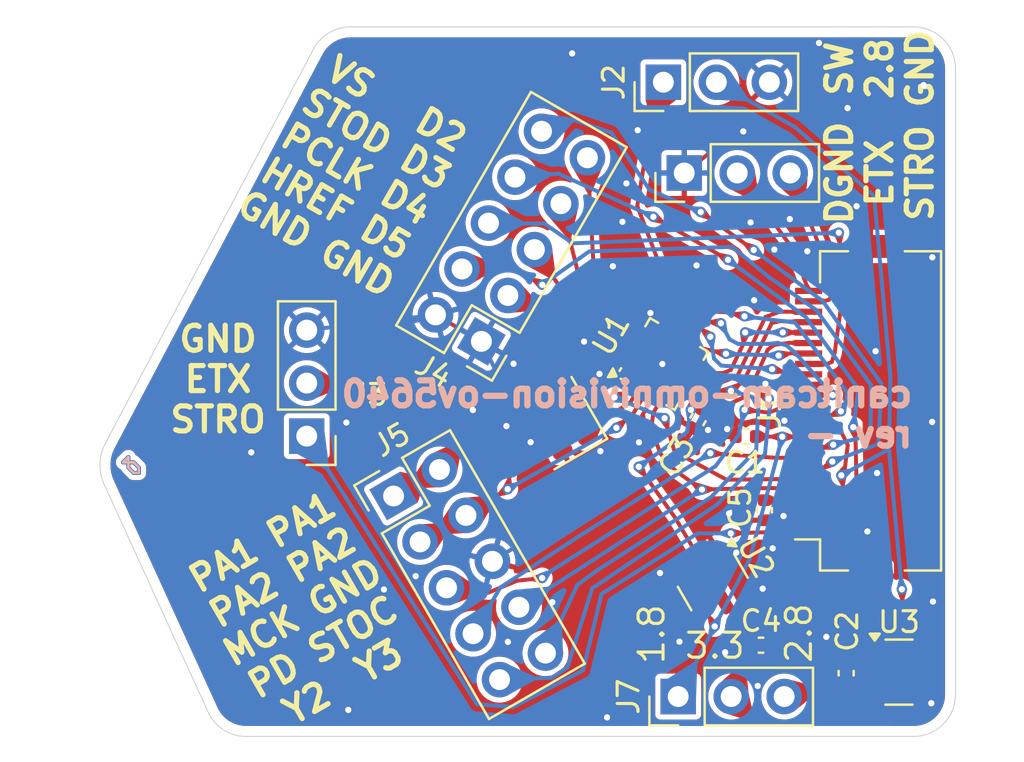
<source format=kicad_pcb>
(kicad_pcb (version 20241229) (generator "pcbnew") (generator_version "9.0")
  (layers (0 "F.Cu" signal) (2 "B.Cu" signal) (13 "F.Paste" user) (15 "B.Paste" user) (5 "F.SilkS" user "F.Silkscreen") (7 "B.SilkS" user "B.Silkscreen") (1 "F.Mask" user) (3 "B.Mask" user) (25 "Edge.Cuts" user))
  (net 0 "")
  (net 1 "VDVDD1.8")
  (net 2 "AVDD2.8V")
  (net 3 "MCLK")
  (net 4 "PWDN")
  (net 5 "Y9")
  (net 6 "Y7")
  (net 7 "Y8")
  (net 8 "DGND")
  (net 9 "Y3")
  (net 10 "RESET")
  (net 11 "HREF")
  (net 12 "PCLK")
  (net 13 "STOD")
  (net 14 "VSYNC")
  (net 15 "Y2")
  (net 16 "Y5")
  (net 17 "Y0")
  (net 18 "Y4")
  (net 19 "Y1")
  (net 20 "STOC")
  (net 21 "Y6")
  (net 22 "STRO")
  (net 23 "SWIO")
  (net 24 "ETX")
  (net 25 "D4")
  (net 26 "D2")
  (net 27 "D3")
  (net 28 "D5")
  (net 29 "A2")
  (net 30 "A1")
  (net 31 "+3.3V")
  (footprint "Crystal:Crystal_SMD_2520-4Pin_2.5x2.0mm" (layer "F.Cu") (at 115.19 60.99 120)
    (property "Reference" "Y2" (hide yes))
    (property "Value" "Crystal_GND24_Small")
    (pad "1" smd roundrect (at -0.875 0.7 120) (size 1.15 1) (layers "F.Cu" "F.Mask" "F.Paste") (net 30 "A1"))
    (pad "2" smd roundrect (at 0.875 0.7 120) (size 1.15 1) (layers "F.Cu" "F.Mask" "F.Paste") (net 8 "DGND"))
    (pad "3" smd roundrect (at 0.875 -0.7 120) (size 1.15 1) (layers "F.Cu" "F.Mask" "F.Paste") (net 29 "A2"))
    (pad "4" smd roundrect (at -0.875 -0.7 120) (size 1.15 1) (layers "F.Cu" "F.Mask" "F.Paste") (net 8 "DGND"))
  )
  (footprint "Connector_PinHeader_2.54mm:PinHeader_1x03_P2.54mm_Vertical" (layer "F.Cu") (at 121 49 90)
    (property "Reference" "J6" (hide yes))
    (property "Value" "AF")
    (pad "1" thru_hole rect (at 0 0 90) (size 1.7 1.7) (drill 1) (layers "*.Cu" "*.Mask") (net 8 "DGND"))
    (pad "2" thru_hole circle (at 0 2.54 90) (size 1.7 1.7) (drill 1) (layers "*.Cu" "*.Mask") (net 17 "Y0"))
    (pad "3" thru_hole circle (at 0 5.08 90) (size 1.7 1.7) (drill 1) (layers "*.Cu" "*.Mask") (net 19 "Y1"))
  )
  (footprint "Capacitor_SMD:C_0402_1005Metric" (layer "F.Cu") (at 121.66 60.81 -120)
    (property "Reference" "C3" (at 2.034205 0.003346 60) (layer "F.SilkS"))
    (property "Value" "1u")
    (pad "1" smd roundrect (at -0.48 0 240) (size 0.56 0.62) (layers "F.Cu" "F.Mask" "F.Paste") (net 31 "+3.3V"))
    (pad "2" smd roundrect (at 0.48 0 240) (size 0.56 0.62) (layers "F.Cu" "F.Mask" "F.Paste") (net 8 "DGND"))
  )
  (footprint "Capacitor_SMD:C_0402_1005Metric" (layer "F.Cu") (at 124.84 65.16 -90)
    (property "Reference" "C5" (at -0.12 1.16 90) (layer "F.SilkS"))
    (property "Value" "1u")
    (pad "1" smd roundrect (at -0.48 0 270) (size 0.56 0.62) (layers "F.Cu" "F.Mask" "F.Paste") (net 2 "AVDD2.8V"))
    (pad "2" smd roundrect (at 0.48 0 270) (size 0.56 0.62) (layers "F.Cu" "F.Mask" "F.Paste") (net 8 "DGND"))
  )
  (footprint "Capacitor_SMD:C_0402_1005Metric" (layer "F.Cu") (at 123.95 61.63 180)
    (property "Reference" "C1" (at 0.04 -1.25 0) (layer "F.SilkS"))
    (property "Value" "1u")
    (pad "1" smd roundrect (at -0.48 0 180) (size 0.56 0.62) (layers "F.Cu" "F.Mask" "F.Paste") (net 1 "VDVDD1.8"))
    (pad "2" smd roundrect (at 0.48 0 180) (size 0.56 0.62) (layers "F.Cu" "F.Mask" "F.Paste") (net 8 "DGND"))
  )
  (footprint "Connector_PinHeader_2.54mm:PinHeader_2x05_P2.54mm_Vertical" (layer "F.Cu") (at 107.07 64.480591 30)
    (property "Reference" "J5" (at 1.27 -2.379999 30) (layer "F.SilkS"))
    (property "Value" "RAEXT")
    (pad "1" thru_hole rect (at 0 0 30) (size 1.7 1.7) (drill 1) (layers "*.Cu" "*.Mask") (net 30 "A1"))
    (pad "2" thru_hole circle (at 2.54 0 30) (size 1.7 1.7) (drill 1) (layers "*.Cu" "*.Mask") (net 30 "A1"))
    (pad "3" thru_hole circle (at 0 2.54 30) (size 1.7 1.7) (drill 1) (layers "*.Cu" "*.Mask") (net 29 "A2"))
    (pad "4" thru_hole circle (at 2.540001 2.54 30) (size 1.7 1.7) (drill 1) (layers "*.Cu" "*.Mask") (net 29 "A2"))
    (pad "5" thru_hole circle (at 0 5.08 30) (size 1.7 1.7) (drill 1) (layers "*.Cu" "*.Mask") (net 3 "MCLK"))
    (pad "6" thru_hole circle (at 2.54 5.08 30) (size 1.7 1.7) (drill 1) (layers "*.Cu" "*.Mask") (net 8 "DGND"))
    (pad "7" thru_hole circle (at 0 7.62 30) (size 1.7 1.7) (drill 1) (layers "*.Cu" "*.Mask") (net 4 "PWDN"))
    (pad "8" thru_hole circle (at 2.540001 7.62 30) (size 1.7 1.7) (drill 1) (layers "*.Cu" "*.Mask") (net 20 "STOC"))
    (pad "9" thru_hole circle (at 0 10.16 30) (size 1.7 1.7) (drill 1) (layers "*.Cu" "*.Mask") (net 15 "Y2"))
    (pad "10" thru_hole circle (at 2.54 10.16 30) (size 1.7 1.7) (drill 1) (layers "*.Cu" "*.Mask") (net 9 "Y3"))
  )
  (footprint "cnhardware:XUNPU_FPC-05F-24PH15" (layer "F.Cu") (at 128.81 60.4 90)
    (property "Reference" "J1" (at 0 -3.7 90) (layer "F.SilkS"))
    (property "Value" "CAMERA")
    (pad "1" smd rect (at -5.75 -1.85 90) (size 0.3 1.3) (layers "F.Cu" "F.Mask" "F.Paste") (net 22 "STRO"))
    (pad "2" smd rect (at -5.25 -1.85 90) (size 0.3 1.3) (layers "F.Cu" "F.Mask" "F.Paste") (net 8 "DGND"))
    (pad "3" smd rect (at -4.75 -1.85 90) (size 0.3 1.3) (layers "F.Cu" "F.Mask" "F.Paste") (net 13 "STOD"))
    (pad "4" smd rect (at -4.25 -1.85 90) (size 0.3 1.3) (layers "F.Cu" "F.Mask" "F.Paste") (net 2 "AVDD2.8V"))
    (pad "5" smd rect (at -3.75 -1.85 90) (size 0.3 1.3) (layers "F.Cu" "F.Mask" "F.Paste") (net 20 "STOC"))
    (pad "6" smd rect (at -3.25 -1.85 90) (size 0.3 1.3) (layers "F.Cu" "F.Mask" "F.Paste") (net 10 "RESET"))
    (pad "7" smd rect (at -2.75 -1.85 90) (size 0.3 1.3) (layers "F.Cu" "F.Mask" "F.Paste") (net 14 "VSYNC"))
    (pad "8" smd rect (at -2.25 -1.85 90) (size 0.3 1.3) (layers "F.Cu" "F.Mask" "F.Paste") (net 4 "PWDN"))
    (pad "9" smd rect (at -1.75 -1.85 90) (size 0.3 1.3) (layers "F.Cu" "F.Mask" "F.Paste") (net 11 "HREF"))
    (pad "10" smd rect (at -1.25 -1.85 90) (size 0.3 1.3) (layers "F.Cu" "F.Mask" "F.Paste") (net 1 "VDVDD1.8"))
    (pad "11" smd rect (at -0.75 -1.85 90) (size 0.3 1.3) (layers "F.Cu" "F.Mask" "F.Paste") (net 2 "AVDD2.8V"))
    (pad "12" smd rect (at -0.25 -1.85 90) (size 0.3 1.3) (layers "F.Cu" "F.Mask" "F.Paste") (net 5 "Y9"))
    (pad "13" smd rect (at 0.25 -1.85 90) (size 0.3 1.3) (layers "F.Cu" "F.Mask" "F.Paste") (net 3 "MCLK"))
    (pad "14" smd rect (at 0.75 -1.85 90) (size 0.3 1.3) (layers "F.Cu" "F.Mask" "F.Paste") (net 7 "Y8"))
    (pad "15" smd rect (at 1.25 -1.85 90) (size 0.3 1.3) (layers "F.Cu" "F.Mask" "F.Paste") (net 8 "DGND"))
    (pad "16" smd rect (at 1.75 -1.85 90) (size 0.3 1.3) (layers "F.Cu" "F.Mask" "F.Paste") (net 6 "Y7"))
    (pad "17" smd rect (at 2.25 -1.85 90) (size 0.3 1.3) (layers "F.Cu" "F.Mask" "F.Paste") (net 12 "PCLK"))
    (pad "18" smd rect (at 2.75 -1.85 90) (size 0.3 1.3) (layers "F.Cu" "F.Mask" "F.Paste") (net 21 "Y6"))
    (pad "19" smd rect (at 3.25 -1.85 90) (size 0.3 1.3) (layers "F.Cu" "F.Mask" "F.Paste") (net 15 "Y2"))
    (pad "20" smd rect (at 3.75 -1.85 90) (size 0.3 1.3) (layers "F.Cu" "F.Mask" "F.Paste") (net 16 "Y5"))
    (pad "21" smd rect (at 4.25 -1.85 90) (size 0.3 1.3) (layers "F.Cu" "F.Mask" "F.Paste") (net 9 "Y3"))
    (pad "22" smd rect (at 4.75 -1.85 90) (size 0.3 1.3) (layers "F.Cu" "F.Mask" "F.Paste") (net 18 "Y4"))
    (pad "23" smd rect (at 5.25 -1.85 90) (size 0.3 1.3) (layers "F.Cu" "F.Mask" "F.Paste") (net 19 "Y1"))
    (pad "24" smd rect (at 5.75 -1.85 90) (size 0.3 1.3) (layers "F.Cu" "F.Mask" "F.Paste") (net 17 "Y0"))
    (pad "25" smd rect (at -7.92 1.09 90) (size 1.1 1.8) (layers "F.Cu" "F.Mask" "F.Paste") (net 8 "DGND"))
    (pad "26" smd rect (at 7.88 1.11 90) (size 1.1 1.8) (layers "F.Cu" "F.Mask" "F.Paste") (net 8 "DGND"))
  )
  (footprint "Connector_PinHeader_2.54mm:PinHeader_2x05_P2.54mm_Vertical" (layer "F.Cu") (at 111.28 57.07 150)
    (property "Reference" "J4" (at 1.27 -2.379999 150) (layer "F.SilkS"))
    (property "Value" "RAEXT")
    (pad "1" thru_hole rect (at 0 0 150) (size 1.7 1.7) (drill 1) (layers "*.Cu" "*.Mask") (net 8 "DGND"))
    (pad "2" thru_hole circle (at 2.54 0 150) (size 1.7 1.7) (drill 1) (layers "*.Cu" "*.Mask") (net 8 "DGND"))
    (pad "3" thru_hole circle (at 0 2.54 150) (size 1.7 1.7) (drill 1) (layers "*.Cu" "*.Mask") (net 28 "D5"))
    (pad "4" thru_hole circle (at 2.540001 2.54 150) (size 1.7 1.7) (drill 1) (layers "*.Cu" "*.Mask") (net 11 "HREF"))
    (pad "5" thru_hole circle (at 0 5.08 150) (size 1.7 1.7) (drill 1) (layers "*.Cu" "*.Mask") (net 25 "D4"))
    (pad "6" thru_hole circle (at 2.54 5.08 150) (size 1.7 1.7) (drill 1) (layers "*.Cu" "*.Mask") (net 12 "PCLK"))
    (pad "7" thru_hole circle (at 0 7.62 150) (size 1.7 1.7) (drill 1) (layers "*.Cu" "*.Mask") (net 27 "D3"))
    (pad "8" thru_hole circle (at 2.540001 7.62 150) (size 1.7 1.7) (drill 1) (layers "*.Cu" "*.Mask") (net 13 "STOD"))
    (pad "9" thru_hole circle (at 0 10.16 150) (size 1.7 1.7) (drill 1) (layers "*.Cu" "*.Mask") (net 26 "D2"))
    (pad "10" thru_hole circle (at 2.54 10.16 150) (size 1.7 1.7) (drill 1) (layers "*.Cu" "*.Mask") (net 14 "VSYNC"))
  )
  (footprint "Connector_PinHeader_2.54mm:PinHeader_1x03_P2.54mm_Vertical" (layer "F.Cu") (at 102.91 61.61 180)
    (property "Reference" "J3" (at -3.01 1.98 0) (layer "F.SilkS"))
    (property "Value" "PGM")
    (pad "1" thru_hole rect (at 0 0 180) (size 1.7 1.7) (drill 1) (layers "*.Cu" "*.Mask") (net 22 "STRO"))
    (pad "2" thru_hole circle (at 0 2.54 180) (size 1.7 1.7) (drill 1) (layers "*.Cu" "*.Mask") (net 24 "ETX"))
    (pad "3" thru_hole circle (at 0 5.08 180) (size 1.7 1.7) (drill 1) (layers "*.Cu" "*.Mask") (net 8 "DGND"))
  )
  (footprint "Package_TO_SOT_SMD:SOT-23" (layer "F.Cu") (at 122.368526 68.613101 -60)
    (property "Reference" "U2" (at 0 -2.4 120) (layer "F.SilkS"))
    (property "Value" "XC6206P182MR")
    (pad "1" smd roundrect (at -0.9375 -0.95 300) (size 1.475 0.6) (layers "F.Cu" "F.Mask" "F.Paste") (net 8 "DGND"))
    (pad "2" smd roundrect (at -0.9375 0.95 300) (size 1.475 0.6) (layers "F.Cu" "F.Mask" "F.Paste") (net 1 "VDVDD1.8"))
    (pad "3" smd roundrect (at 0.9375 0 300) (size 1.475 0.6) (layers "F.Cu" "F.Mask" "F.Paste") (net 31 "+3.3V"))
  )
  (footprint "Capacitor_SMD:C_0402_1005Metric" (layer "F.Cu") (at 128.76 72.97 90)
    (property "Reference" "C2" (at 2 0.05 90) (layer "F.SilkS"))
    (property "Value" "1u")
    (pad "1" smd roundrect (at -0.48 0 90) (size 0.56 0.62) (layers "F.Cu" "F.Mask" "F.Paste") (net 2 "AVDD2.8V"))
    (pad "2" smd roundrect (at 0.48 0 90) (size 0.56 0.62) (layers "F.Cu" "F.Mask" "F.Paste") (net 8 "DGND"))
  )
  (footprint "Package_DFN_QFN:QFN-20-1EP_3x3mm_P0.4mm_EP1.65x1.65mm" (layer "F.Cu") (at 119.95141 58.154263 60)
    (property "Reference" "U1" (at 0 -2.83 60) (layer "F.SilkS"))
    (property "Value" "CH32V003F4U6")
    (pad "1" smd roundrect (at -1.45 -0.8 60) (size 0.85 0.2) (layers "F.Cu" "F.Mask" "F.Paste") (net 10 "RESET"))
    (pad "2" smd roundrect (at -1.45 -0.4 60) (size 0.85 0.2) (layers "F.Cu" "F.Mask" "F.Paste") (net 30 "A1"))
    (pad "3" smd roundrect (at -1.45 0 60) (size 0.85 0.2) (layers "F.Cu" "F.Mask" "F.Paste") (net 29 "A2"))
    (pad "4" smd roundrect (at -1.45 0.4 60) (size 0.85 0.2) (layers "F.Cu" "F.Mask" "F.Paste") (net 8 "DGND"))
    (pad "5" smd roundrect (at -1.45 0.8 60) (size 0.85 0.2) (layers "F.Cu" "F.Mask" "F.Paste") (net 20 "STOC"))
    (pad "6" smd roundrect (at -0.8 1.45 60) (size 0.2 0.85) (layers "F.Cu" "F.Mask" "F.Paste") (net 31 "+3.3V"))
    (pad "7" smd roundrect (at -0.4 1.45 60) (size 0.2 0.85) (layers "F.Cu" "F.Mask" "F.Paste") (net 15 "Y2"))
    (pad "8" smd roundrect (at 0 1.45 60) (size 0.2 0.85) (layers "F.Cu" "F.Mask" "F.Paste") (net 9 "Y3"))
    (pad "9" smd roundrect (at 0.4 1.45 60) (size 0.2 0.85) (layers "F.Cu" "F.Mask" "F.Paste") (net 18 "Y4"))
    (pad "10" smd roundrect (at 0.8 1.45 60) (size 0.2 0.85) (layers "F.Cu" "F.Mask" "F.Paste") (net 16 "Y5"))
    (pad "11" smd roundrect (at 1.45 0.8 60) (size 0.85 0.2) (layers "F.Cu" "F.Mask" "F.Paste") (net 21 "Y6"))
    (pad "12" smd roundrect (at 1.45 0.4 60) (size 0.85 0.2) (layers "F.Cu" "F.Mask" "F.Paste") (net 6 "Y7"))
    (pad "13" smd roundrect (at 1.45 0 60) (size 0.85 0.2) (layers "F.Cu" "F.Mask" "F.Paste") (net 7 "Y8"))
    (pad "14" smd roundrect (at 1.45 -0.4 60) (size 0.85 0.2) (layers "F.Cu" "F.Mask" "F.Paste") (net 5 "Y9"))
    (pad "15" smd roundrect (at 1.45 -0.8 60) (size 0.85 0.2) (layers "F.Cu" "F.Mask" "F.Paste") (net 23 "SWIO"))
    (pad "16" smd roundrect (at 0.8 -1.45 60) (size 0.2 0.85) (layers "F.Cu" "F.Mask" "F.Paste") (net 26 "D2"))
    (pad "17" smd roundrect (at 0.4 -1.45 60) (size 0.2 0.85) (layers "F.Cu" "F.Mask" "F.Paste") (net 27 "D3"))
    (pad "18" smd roundrect (at 0 -1.45 60) (size 0.2 0.85) (layers "F.Cu" "F.Mask" "F.Paste") (net 25 "D4"))
    (pad "19" smd roundrect (at -0.4 -1.45 60) (size 0.2 0.85) (layers "F.Cu" "F.Mask" "F.Paste") (net 28 "D5"))
    (pad "20" smd roundrect (at -0.8 -1.45 60) (size 0.2 0.85) (layers "F.Cu" "F.Mask" "F.Paste") (net 24 "ETX"))
    (pad "21" smd rect (at 0 0 60) (size 1.65 1.65) (property pad_prop_heatsink) (layers "F.Cu" "F.Mask") (net 8 "DGND"))
  )
  (footprint "Capacitor_SMD:C_0402_1005Metric" (layer "F.Cu") (at 124.68 71.63)
    (property "Reference" "C4" (at 0 -1.16 0) (layer "F.SilkS"))
    (property "Value" "1u")
    (pad "1" smd roundrect (at -0.48 0) (size 0.56 0.62) (layers "F.Cu" "F.Mask" "F.Paste") (net 31 "+3.3V"))
    (pad "2" smd roundrect (at 0.48 0) (size 0.56 0.62) (layers "F.Cu" "F.Mask" "F.Paste") (net 8 "DGND"))
  )
  (footprint "Connector_PinHeader_2.54mm:PinHeader_1x03_P2.54mm_Vertical" (layer "F.Cu") (at 120.71 74.09 90)
    (property "Reference" "J7" (at 0 -2.38 90) (layer "F.SilkS"))
    (property "Value" "PGM")
    (pad "1" thru_hole rect (at 0 0 90) (size 1.7 1.7) (drill 1) (layers "*.Cu" "*.Mask") (net 1 "VDVDD1.8"))
    (pad "2" thru_hole circle (at 0 2.54 90) (size 1.7 1.7) (drill 1) (layers "*.Cu" "*.Mask") (net 31 "+3.3V"))
    (pad "3" thru_hole circle (at 0 5.08 90) (size 1.7 1.7) (drill 1) (layers "*.Cu" "*.Mask") (net 2 "AVDD2.8V"))
  )
  (footprint "Connector_PinHeader_2.54mm:PinHeader_1x03_P2.54mm_Vertical" (layer "F.Cu") (at 120 44.65 90)
    (property "Reference" "J2" (at 0 -2.38 90) (layer "F.SilkS"))
    (property "Value" "PGM")
    (pad "1" thru_hole rect (at 0 0 90) (size 1.7 1.7) (drill 1) (layers "*.Cu" "*.Mask") (net 23 "SWIO"))
    (pad "2" thru_hole circle (at 0 2.54 90) (size 1.7 1.7) (drill 1) (layers "*.Cu" "*.Mask") (net 2 "AVDD2.8V"))
    (pad "3" thru_hole circle (at 0 5.08 90) (size 1.7 1.7) (drill 1) (layers "*.Cu" "*.Mask") (net 8 "DGND"))
  )
  (footprint "Package_TO_SOT_SMD:SOT-23" (layer "F.Cu") (at 131.2925 72.92)
    (property "Reference" "U3" (at 0 -2.4 0) (layer "F.SilkS"))
    (property "Value" "XC6206P282MR")
    (pad "1" smd roundrect (at -0.9375 -0.95) (size 1.475 0.6) (layers "F.Cu" "F.Mask" "F.Paste") (net 8 "DGND"))
    (pad "2" smd roundrect (at -0.9375 0.95) (size 1.475 0.6) (layers "F.Cu" "F.Mask" "F.Paste") (net 2 "AVDD2.8V"))
    (pad "3" smd roundrect (at 0.9375 0) (size 1.475 0.6) (layers "F.Cu" "F.Mask" "F.Paste") (net 31 "+3.3V"))
  )
  (gr_line (start 94.361 62.611) (end 94.107 62.865) (stroke (width 0.1)) (layer "F.SilkS"))
  (gr_line (start 94.107 62.865) (end 94.615 62.865) (stroke (width 0.1)) (layer "F.SilkS"))
  (gr_line (start 94.869 63.119) (end 94.615 62.865) (stroke (width 0.1)) (layer "F.SilkS"))
  (gr_line (start 94.869 63.373) (end 94.615 63.373) (stroke (width 0.1)) (layer "F.SilkS"))
  (gr_line (start 94.869 63.119) (end 94.869 63.373) (stroke (width 0.1)) (layer "F.SilkS"))
  (gr_line (start 94.615 63.373) (end 94.361 63.119) (stroke (width 0.1)) (layer "F.SilkS"))
  (gr_line (start 94.361 63.119) (end 94.361 62.611) (stroke (width 0.1)) (layer "F.SilkS"))
  (gr_line (start 94.107001 62.865) (end 94.361 62.611) (stroke (width 0.1)) (layer "B.SilkS"))
  (gr_line (start 94.361 62.611) (end 94.361 63.119) (stroke (width 0.1)) (layer "B.SilkS"))
  (gr_line (start 94.869 63.119) (end 94.615001 62.865) (stroke (width 0.1)) (layer "B.SilkS"))
  (gr_line (start 94.615001 63.373) (end 94.869 63.373) (stroke (width 0.1)) (layer "B.SilkS"))
  (gr_line (start 94.615001 63.373) (end 94.361 63.119) (stroke (width 0.1)) (layer "B.SilkS"))
  (gr_line (start 94.615001 62.865) (end 94.107001 62.865) (stroke (width 0.1)) (layer "B.SilkS"))
  (gr_line (start 94.869 63.373) (end 94.869 63.119) (stroke (width 0.1)) (layer "B.SilkS"))
  (gr_line (start 132 76) (end 100 76) (stroke (width 0.05)) (layer "Edge.Cuts"))
  (gr_arc (start 103.211146 43.105573) (mid 103.948538 42.298699) (end 105 42) (stroke (width 0.05)) (layer "Edge.Cuts"))
  (gr_arc (start 134 73.999999) (mid 133.414214 75.414212) (end 132 75.999999) (stroke (width 0.05)) (layer "Edge.Cuts"))
  (gr_arc (start 93.236068 64) (mid 93 63) (end 93.236068 62) (stroke (width 0.05)) (layer "Edge.Cuts"))
  (gr_arc (start 132 42) (mid 133.414214 42.585786) (end 134 44) (stroke (width 0.05)) (layer "Edge.Cuts"))
  (gr_line (start 132 42) (end 105 42) (stroke (width 0.05)) (layer "Edge.Cuts"))
  (gr_line (start 134 73.999999) (end 134 44) (stroke (width 0.05)) (layer "Edge.Cuts"))
  (gr_line (start 98.211146 74.894427) (end 93.236068 64) (stroke (width 0.05)) (layer "Edge.Cuts"))
  (gr_line (start 103.211147 43.105573) (end 93.236068 62) (stroke (width 0.05)) (layer "Edge.Cuts"))
  (gr_arc (start 100 76) (mid 98.948538 75.701302) (end 98.211146 74.894427) (stroke (width 0.05)) (layer "Edge.Cuts"))
  (gr_text "3.3" (at 122.47 72.36 0) (layer "F.SilkS") (effects (font (size 1.2 1.2)) (justify bottom)))
  (gr_text "1.8" (at 120.14 71.1 90) (layer "F.SilkS") (effects (font (size 1.2 1.2)) (justify bottom)))
  (gr_text "2.8" (at 127.2 71.05 90) (layer "F.SilkS") (effects (font (size 1.2 1.2)) (justify bottom)))
  (gr_text "SW\n2.8\nGND" (at 133 44 90) (layer "F.SilkS") (effects (font (size 1.2 1.2) (thickness 0.25) (bold yes)) (justify bottom)))
  (gr_text "PA1 PA1\nPA2 PA2\nMCK GND\nPD STOC\nY2  Y3" (at 105 74 30) (layer "F.SilkS") (effects (font (size 1.2 1.2) (thickness 0.25) (bold yes)) (justify bottom)))
  (gr_text "GND\nETX\nSTRO" (at 98.66 61.52 0) (layer "F.SilkS") (effects (font (size 1.2 1.2) (thickness 0.25) (bold yes)) (justify bottom)))
  (gr_text "VS   D2\nSTOD D3\nPCLK D4\nHREF D5\nGND GND" (at 103 53 330) (layer "F.SilkS") (effects (font (size 1.2 1.2) (thickness 0.25) (bold yes)) (justify bottom)))
  (gr_text "DGND\nETX\nSTRO" (at 133 49 90) (layer "F.SilkS") (effects (font (size 1.2 1.2) (thickness 0.25) (bold yes)) (justify bottom)))
  (gr_text "canitcam-omnivision-ov5640\nrev -" (at 132.08 62.23 0) (layer "B.SilkS") (effects (font (size 1.2 1.2) (thickness 0.3) (bold yes)) (justify left bottom mirror)))
  (segment (start 94.615 62.865) (end 94.107 62.865) (width 0.19) (layer "F.Cu") (net 0))
  (segment (start 94.615 63.373) (end 94.869 63.373) (width 0.19) (layer "F.Cu") (net 0))
  (segment (start 94.869 63.373) (end 94.869 63.119) (width 0.19) (layer "F.Cu") (net 0))
  (segment (start 94.361 63.119) (end 94.615 63.373) (width 0.19) (layer "F.Cu") (net 0))
  (segment (start 94.361 62.611) (end 94.361 63.119) (width 0.19) (layer "F.Cu") (net 0))
  (segment (start 94.107 62.865) (end 94.361 62.611) (width 0.19) (layer "F.Cu") (net 0))
  (segment (start 94.615 62.865) (end 94.869 63.119) (width 0.19) (layer "F.Cu") (net 0))
  (segment (start 94.869 63.119) (end 94.869 63.373) (width 0.19) (layer "B.Cu") (net 0))
  (segment (start 94.615001 62.865) (end 94.869 63.119) (width 0.19) (layer "B.Cu") (net 0))
  (segment (start 94.361 62.611) (end 94.107001 62.865) (width 0.19) (layer "B.Cu") (net 0))
  (segment (start 94.361 63.119) (end 94.615001 63.373) (width 0.19) (layer "B.Cu") (net 0))
  (segment (start 94.361 63.119) (end 94.361 62.611) (width 0.19) (layer "B.Cu") (net 0))
  (segment (start 94.107001 62.865) (end 94.615001 62.865) (width 0.19) (layer "B.Cu") (net 0))
  (segment (start 94.869 63.373) (end 94.615001 63.373) (width 0.19) (layer "B.Cu") (net 0))
  (segment (start 125.7 61.64004) (end 124.43 61.63) (width 0.19) (layer "F.Cu") (net 1))
  (segment (start 121.077052 68.276202) (end 122.459095 70.729095) (width 0.19) (layer "F.Cu") (net 1))
  (segment (start 126.96 61.65) (end 125.7 61.64004) (width 0.19) (layer "F.Cu") (net 1))
  (via (at 125.7 61.64004) (size 0.5) (drill 0.3) (layers "F.Cu" "B.Cu") (net 1))
  (via (at 122.459095 70.729095) (size 0.5) (drill 0.3) (layers "F.Cu" "B.Cu") (net 1))
  (segment (start 120.71 74.09) (end 122.459095 70.729095) (width 0.19) (layer "B.Cu") (net 1))
  (segment (start 124.15 67.48) (end 125.7 61.64004) (width 0.19) (layer "B.Cu") (net 1))
  (segment (start 122.459095 70.729095) (end 124.15 67.48) (width 0.19) (layer "B.Cu") (net 1))
  (segment (start 128.63382 63.66) (end 128.83648 62.040077) (width 0.19) (layer "F.Cu") (net 2))
  (segment (start 126.96 64.65) (end 127.99 64.66) (width 0.19) (layer "F.Cu") (net 2))
  (segment (start 130.355 73.87) (end 128.76 73.45) (width 0.19) (layer "F.Cu") (net 2))
  (segment (start 131.56 72.23) (end 130.95 72.74) (width 0.19) (layer "F.Cu") (net 2))
  (segment (start 126.96 64.65) (end 124.84 64.68) (width 0.19) (layer "F.Cu") (net 2))
  (segment (start 128.55 64.33) (end 128.63382 63.66) (width 0.19) (layer "F.Cu") (net 2))
  (segment (start 127.74 61.14) (end 126.96 61.15) (width 0.19) (layer "F.Cu") (net 2))
  (segment (start 128.63382 63.66) (end 128.53 63.49) (width 0.19) (layer "F.Cu") (net 2))
  (segment (start 128.83648 62.040077) (end 128.47 61.3) (width 0.19) (layer "F.Cu") (net 2))
  (segment (start 127.99 64.66) (end 128.55 64.33) (width 0.19) (layer "F.Cu") (net 2))
  (segment (start 128.76 73.45) (end 125.79 74.09) (width 0.19) (layer "F.Cu") (net 2))
  (segment (start 130.95 72.74) (end 130.355 73.87) (width 0.19) (layer "F.Cu") (net 2))
  (segment (start 128.47 61.3) (end 127.74 61.14) (width 0.19) (layer "F.Cu") (net 2))
  (segment (start 131.43 68.95) (end 131.56 72.23) (width 0.19) (layer "F.Cu") (net 2))
  (via (at 128.53 63.49) (size 0.5) (drill 0.3) (layers "F.Cu" "B.Cu") (net 2))
  (via (at 131.43 68.95) (size 0.5) (drill 0.3) (layers "F.Cu" "B.Cu") (net 2))
  (segment (start 130.1 50.1) (end 130.88 58.79) (width 0.19) (layer "B.Cu") (net 2))
  (segment (start 130.81 62.24) (end 131.43 68.95) (width 0.19) (layer "B.Cu") (net 2))
  (segment (start 130.88 58.79) (end 130.81 62.24) (width 0.19) (layer "B.Cu") (net 2))
  (segment (start 122.54 44.65) (end 126.31 46.8) (width 0.19) (layer "B.Cu") (net 2))
  (segment (start 126.31 46.8) (end 130.1 50.1) (width 0.19) (layer "B.Cu") (net 2))
  (segment (start 128.53 63.49) (end 130.81 62.24) (width 0.19) (layer "B.Cu") (net 2))
  (segment (start 114.19 68.41) (end 112.99 68.54) (width 0.19) (layer "F.Cu") (net 3))
  (segment (start 125.06 60.48) (end 123.89 60.35) (width 0.19) (layer "F.Cu") (net 3))
  (segment (start 126.96 60.15) (end 125.95 60.14) (width 0.19) (layer "F.Cu") (net 3))
  (segment (start 111.61 69.11) (end 109.61 68.88) (width 0.19) (layer "F.Cu") (net 3))
  (segment (start 112.99 68.54) (end 111.61 69.11) (width 0.19) (layer "F.Cu") (net 3))
  (segment (start 125.95 60.14) (end 125.06 60.48) (width 0.19) (layer "F.Cu") (net 3))
  (via (at 114.19 68.41) (size 0.5) (drill 0.3) (layers "F.Cu" "B.Cu") (net 3))
  (via (at 123.89 60.35) (size 0.5) (drill 0.3) (layers "F.Cu" "B.Cu") (net 3))
  (segment (start 123.89 60.35) (end 123.6 61.57) (width 0.19) (layer "B.Cu") (net 3))
  (segment (start 123.6 61.57) (end 122.5 63.05) (width 0.19) (layer "B.Cu") (net 3))
  (segment (start 122.5 63.05) (end 114.12 68.39) (width 0.19) (layer "B.Cu") (net 3))
  (segment (start 114.12 68.39) (end 114.19 68.41) (width 0.19) (layer "B.Cu") (net 3))
  (segment (start 125.39 62.65) (end 126.96 62.65) (width 0.19) (layer "F.Cu") (net 4))
  (segment (start 122.25 62.43) (end 125.39 62.65) (width 0.19) (layer "F.Cu") (net 4))
  (via (at 122.25 62.43) (size 0.5) (drill 0.3) (layers "F.Cu" "B.Cu") (net 4))
  (segment (start 112.19 68.86) (end 110.88 71.079705) (width 0.19) (layer "B.Cu") (net 4))
  (segment (start 115.91 66.44) (end 112.19 68.86) (width 0.19) (layer "B.Cu") (net 4))
  (segment (start 122.25 62.43) (end 115.91 66.44) (width 0.19) (layer "B.Cu") (net 4))
  (segment (start 127.98 60.64) (end 126.96 60.65) (width 0.19) (layer "F.Cu") (net 5))
  (segment (start 121.7 55.62) (end 123 55.67) (width 0.19) (layer "F.Cu") (net 5))
  (segment (start 120.33 56.698526) (end 120.80926 55.912169) (width 0.19) (layer "F.Cu") (net 5))
  (segment (start 121.21 55.66) (end 121.7 55.62) (width 0.19) (layer "F.Cu") (net 5))
  (segment (start 120.80926 55.912169) (end 121.21 55.66) (width 0.19) (layer "F.Cu") (net 5))
  (segment (start 128.51 60.42) (end 127.98 60.64) (width 0.19) (layer "F.Cu") (net 5))
  (segment (start 123 55.67) (end 123.89 55.87) (width 0.19) (layer "F.Cu") (net 5))
  (via (at 123.89 55.87) (size 0.5) (drill 0.3) (layers "F.Cu" "B.Cu") (net 5))
  (via (at 128.51 60.42) (size 0.5) (drill 0.3) (layers "F.Cu" "B.Cu") (net 5))
  (segment (start 128.77 59.94) (end 128.51 60.42) (width 0.19) (layer "B.Cu") (net 5))
  (segment (start 126.31 56.17) (end 128.81 59.51) (width 0.19) (layer "B.Cu") (net 5))
  (segment (start 128.81 59.51) (end 128.77 59.94) (width 0.19) (layer "B.Cu") (net 5))
  (segment (start 123.89 55.87) (end 126.31 56.17) (width 0.19) (layer "B.Cu") (net 5))
  (segment (start 121.83 56.48) (end 122.25 56.85) (width 0.19) (layer "F.Cu") (net 6))
  (segment (start 121.47 56.53) (end 121.83 56.48) (width 0.19) (layer "F.Cu") (net 6))
  (segment (start 121.02282 57.098526) (end 121.26 56.68) (width 0.19) (layer "F.Cu") (net 6))
  (segment (start 125.21 58.4) (end 126.19 58.65) (width 0.19) (layer "F.Cu") (net 6))
  (segment (start 126.19 58.65) (end 126.96 58.65) (width 0.19) (layer "F.Cu") (net 6))
  (segment (start 121.26 56.68) (end 121.47 56.53) (width 0.19) (layer "F.Cu") (net 6))
  (via (at 122.25 56.85) (size 0.5) (drill 0.3) (layers "F.Cu" "B.Cu") (net 6))
  (via (at 125.21 58.4) (size 0.5) (drill 0.3) (layers "F.Cu" "B.Cu") (net 6))
  (segment (start 125.21 58.4) (end 122.77 58.23) (width 0.19) (layer "B.Cu") (net 6))
  (segment (start 122.77 58.23) (end 122.43 57.9) (width 0.19) (layer "B.Cu") (net 6))
  (segment (start 122.43 57.9) (end 122.25 56.85) (width 0.19) (layer "B.Cu") (net 6))
  (segment (start 121.39 56.03) (end 122.76 56.2) (width 0.19) (layer "F.Cu") (net 7))
  (segment (start 120.67641 56.898526) (end 121.07 56.22) (width 0.19) (layer "F.Cu") (net 7))
  (segment (start 128.11 59.64) (end 126.96 59.65) (width 0.19) (layer "F.Cu") (net 7))
  (segment (start 121.07 56.22) (end 121.39 56.03) (width 0.19) (layer "F.Cu") (net 7))
  (via (at 122.76 56.2) (size 0.5) (drill 0.3) (layers "F.Cu" "B.Cu") (net 7))
  (via (at 128.11 59.64) (size 0.5) (drill 0.3) (layers "F.Cu" "B.Cu") (net 7))
  (segment (start 125.49 57.14) (end 125.91 57.27) (width 0.19) (layer "B.Cu") (net 7))
  (segment (start 122.76 56.2) (end 123.17 56.97) (width 0.19) (layer "B.Cu") (net 7))
  (segment (start 125.03 57.19) (end 125.49 57.14) (width 0.19) (layer "B.Cu") (net 7))
  (segment (start 125.91 57.27) (end 126.32 57.62) (width 0.19) (layer "B.Cu") (net 7))
  (segment (start 123.58 57.19) (end 125.03 57.19) (width 0.19) (layer "B.Cu") (net 7))
  (segment (start 126.32 57.62) (end 128.11 59.64) (width 0.19) (layer "B.Cu") (net 7))
  (segment (start 123.17 56.97) (end 123.58 57.19) (width 0.19) (layer "B.Cu") (net 7))
  (segment (start 123.67 47.62) (end 122.55 47.77) (width 0.19) (layer "F.Cu") (net 8))
  (segment (start 122.7225 67.326202) (end 124.79 70.38) (width 0.19) (layer "F.Cu") (net 8))
  (segment (start 129.92 52.52) (end 129.26 50.59) (width 0.19) (layer "F.Cu") (net 8))
  (segment (start 111.28 57.07) (end 109.080295 55.8) (width 0.19) (layer "F.Cu") (net 8))
  (segment (start 127.86 59.13) (end 128.36 58.9) (width 0.19) (layer "F.Cu") (net 8))
  (segment (start 129.9 68.32) (end 128.64 65.76) (width 0.19) (layer "F.Cu") (net 8))
  (segment (start 129.63 60.47) (end 128.36 58.9) (width 0.19) (layer "F.Cu") (net 8))
  (segment (start 128.36 58.9) (end 129.11 57.35) (width 0.19) (layer "F.Cu") (net 8))
  (segment (start 120.24 58.49) (end 119.95141 58.154263) (width 0.19) (layer "F.Cu") (net 8))
  (segment (start 126.96 59.15) (end 127.86 59.13) (width 0.19) (layer "F.Cu") (net 8))
  (segment (start 124.79 70.38) (end 125.16 71.63) (width 0.19) (layer "F.Cu") (net 8))
  (segment (start 122.41 61.35) (end 122.14 61.316098) (width 0.19) (layer "F.Cu") (net 8))
  (segment (start 124.89 59.1) (end 126.96 59.15) (width 0.19) (layer "F.Cu") (net 8))
  (segment (start 116.02 62.57) (end 116.59 62.53) (width 0.19) (layer "F.Cu") (net 8))
  (segment (start 128.64 65.76) (end 129.72 64.58) (width 0.19) (layer "F.Cu") (net 8))
  (segment (start 123.47 61.63) (end 123.06 61.27) (width 0.19) (layer "F.Cu") (net 8))
  (segment (start 128.2 47.66) (end 125.08 44.65) (width 0.19) (layer "F.Cu") (net 8))
  (segment (start 116.59 62.53) (end 116.981196 62.331196) (width 0.19) (layer "F.Cu") (net 8))
  (segment (start 122.55 47.77) (end 121 49) (width 0.19) (layer "F.Cu") (net 8))
  (segment (start 119.57282 59.61) (end 120.24 58.49) (width 0.19) (layer "F.Cu") (net 8))
  (segment (start 125.16 71.63) (end 128.76 72.49) (width 0.19) (layer "F.Cu") (net 8))
  (segment (start 115.021282 62.097772) (end 113.64 61.9) (width 0.19) (layer "F.Cu") (net 8))
  (segment (start 124.92 65.67) (end 126.96 65.65) (width 0.19) (layer "F.Cu") (net 8))
  (segment (start 115.021282 62.097772) (end 115.358718 59.882228) (width 0.19) (layer "F.Cu") (net 8))
  (segment (start 122.41 61.35) (end 123.06 61.27) (width 0.19) (layer "F.Cu") (net 8))
  (segment (start 129.01 48.25) (end 128.2 47.66) (width 0.19) (layer "F.Cu") (net 8))
  (segment (start 116.981196 62.331196) (end 118.42 61.6) (width 0.19) (layer "F.Cu") (net 8))
  (segment (start 129.26 50.59) (end 129.01 48.25) (width 0.19) (layer "F.Cu") (net 8))
  (segment (start 115.021282 62.097772) (end 116.02 62.57) (width 0.19) (layer "F.Cu") (net 8))
  (segment (start 128.2 47.66) (end 123.67 47.62) (width 0.19) (layer "F.Cu") (net 8))
  (segment (start 128.64 65.76) (end 126.96 65.65) (width 0.19) (layer "F.Cu") (net 8))
  (segment (start 118.42 61.6) (end 119.57282 59.61) (width 0.19) (layer "F.Cu") (net 8))
  (segment (start 130.355 71.97) (end 128.76 72.49) (width 0.19) (layer "F.Cu") (net 8))
  (segment (start 129.11 57.35) (end 129.92 52.52) (width 0.19) (layer "F.Cu") (net 8))
  (segment (start 124.84 65.64) (end 124.92 65.67) (width 0.19) (layer "F.Cu") (net 8))
  (segment (start 130.355 71.97) (end 129.9 68.32) (width 0.19) (layer "F.Cu") (net 8))
  (segment (start 122.14 61.316098) (end 121.42 61.225692) (width 0.19) (layer "F.Cu") (net 8))
  (segment (start 129.72 64.58) (end 129.63 60.47) (width 0.19) (layer "F.Cu") (net 8))
  (via (at 126.06 51.21) (size 0.5) (drill 0.3) (layers "F.Cu" "B.Cu") (net 8))
  (via (at 120.77 71.46) (size 0.5) (drill 0.3) (layers "F.Cu" "B.Cu") (net 8))
  (via (at 112.55 71.47) (size 0.5) (drill 0.3) (layers "F.Cu" "B.Cu") (net 8))
  (via (at 123.06 61.27) (size 0.5) (drill 0.3) (layers "F.Cu" "B.Cu") (net 8))
  (via (at 128.83 45.89) (size 0.5) (drill 0.3) (layers "F.Cu" "B.Cu") (net 8))
  (via (at 127.81 71.23) (size 0.5) (drill 0.3) (layers "F.Cu" "B.Cu") (net 8))
  (via (at 112.48 61.13) (size 0.5) (drill 0.3) (layers "F.Cu" "B.Cu") (net 8))
  (via (at 104.9 74.73) (size 0.5) (drill 0.3) (layers "F.Cu" "B.Cu") (net 8))
  (via (at 119.84 68.17) (size 0.5) (drill 0.3) (layers "F.Cu" "B.Cu") (net 8))
  (via (at 119.38 55.71) (size 0.5) (drill 0.3) (layers "F.Cu" "B.Cu") (net 8))
  (via (at 125.76 65.44) (size 0.5) (drill 0.3) (layers "F.Cu" "B.Cu") (net 8))
  (via (at 123.5 67.19) (size 0.5) (drill 0.3) (layers "F.Cu" "B.Cu") (net 8))
  (via (at 123.83 47.01) (size 0.5) (drill 0.3) (layers "F.Cu" "B.Cu") (net 8))
  (via (at 118.77 46.95) (size 0.5) (drill 0.3) (layers "F.Cu" "B.Cu") (net 8))
  (via (at 132.92 69.54) (size 0.5) (drill 0.3) (layers "F.Cu" "B.Cu") (net 8))
  (via (at 132.88 60.93) (size 0.5) (drill 0.3) (layers "F.Cu" "B.Cu") (net 8))
  (via (at 118.83 61.91) (size 0.5) (drill 0.3) (layers "F.Cu" "B.Cu") (net 8))
  (via (at 113.64 61.9) (size 0.5) (drill 0.3) (layers "F.Cu" "B.Cu") (net 8))
  (via (at 110.87 60.36) (size 0.5) (drill 0.3) (layers "F.Cu" "B.Cu") (net 8))
  (via (at 125.8 60.87) (size 0.5) (drill 0.3) (layers "F.Cu" "B.Cu") (net 8))
  (via (at 118.23 49.5) (size 0.5) (drill 0.3) (layers "F.Cu" "B.Cu") (net 8))
  (via (at 124.18 51.37) (size 0.5) (drill 0.3) (layers "F.Cu" "B.Cu") (net 8))
  (via (at 115.63 43.27) (size 0.5) (drill 0.3) (layers "F.Cu" "B.Cu") (net 8))
  (via (at 124.89 59.1) (size 0.5) (drill 0.3) (layers "F.Cu" "B.Cu") (net 8))
  (via (at 129.78 66.18) (size 0.5) (drill 0.3) (layers "F.Cu" "B.Cu") (net 8))
  (via (at 129.26 50.59) (size 0.5) (drill 0.3) (layers "F.Cu" "B.Cu") (net 8))
  (via (at 117.58 53.47) (size 0.5) (drill 0.3) (layers "F.Cu" "B.Cu") (net 8))
  (via (at 130.17 57.54) (size 0.5) (drill 0.3) (layers "F.Cu" "B.Cu") (net 8))
  (via (at 123.15 65.32) (size 0.5) (drill 0.3) (layers "F.Cu" "B.Cu") (net 8))
  (via (at 106.61 68.96) (size 0.5) (drill 0.3) (layers "F.Cu" "B.Cu") (net 8))
  (via (at 108.13 68.32) (size 0.5) (drill 0.3) (layers "F.Cu" "B.Cu") (net 8))
  (via (at 118.04 51.34) (size 0.5) (drill 0.3) (layers "F.Cu" "B.Cu") (net 8))
  (via (at 122.14 61.316098) (size 0.5) (drill 0.3) (layers "F.Cu" "B.Cu") (net 8))
  (via (at 119.95141 58.154263) (size 0.5) (drill 0.3) (layers "F.Cu" "B.Cu") (net 8))
  (via (at 116.94 58.63) (size 0.5) (drill 0.3) (layers "F.Cu" "B.Cu") (net 8))
  (via (at 116.2 57.08) (size 0.5) (drill 0.3) (layers "F.Cu" "B.Cu") (net 8))
  (via (at 124.35 55.1) (size 0.5) (drill 0.3) (layers "F.Cu" "B.Cu") (net 8))
  (via (at 100.25 62.39) (size 0.5) (drill 0.3) (layers "F.Cu" "B.Cu") (net 8))
  (via (at 126.9 52.75) (size 0.5) (drill 0.3) (layers "F.Cu" "B.Cu") (net 8))
  (via (at 124.52 73.58) (size 0.5) (drill 0.3) (layers "F.Cu" "B.Cu") (net 8))
  (via (at 125.24 66.99) (size 0.5) (drill 0.3) (layers "F.Cu" "B.Cu") (net 8))
  (via (at 114.68 69.57) (size 0.5) (drill 0.3) (layers "F.Cu" "B.Cu") (net 8))
  (via (at 104.81 60.96) (size 0.5) (drill 0.3) (layers "F.Cu" "B.Cu") (net 8))
  (via (at 125.32 52.67) (size 0.5) (drill 0.3) (layers "F.Cu" "B.Cu") (net 8))
  (via (at 132.89 53.04) (size 0.5) (drill 0.3) (layers "F.Cu" "B.Cu") (net 8))
  (via (at 117.3 75.09) (size 0.5) (drill 0.3) (layers "F.Cu" "B.Cu") (net 8))
  (via (at 132.47 44.79) (size 0.5) (drill 0.3) (layers "F.Cu" "B.Cu") (net 8))
  (via (at 116.981196 62.331196) (size 0.5) (drill 0.3) (layers "F.Cu" "B.Cu") (net 8))
  (via (at 132.84 74.41) (size 0.5) (drill 0.3) (layers "F.Cu" "B.Cu") (net 8))
  (via (at 122.96 71.97) (size 0.5) (drill 0.3) (layers "F.Cu" "B.Cu") (net 8))
  (via (at 130.24 63.38) (size 0.5) (drill 0.3) (layers "F.Cu" "B.Cu") (net 8))
  (via (at 127.46 42.77) (size 0.5) (drill 0.3) (layers "F.Cu" "B.Cu") (net 8))
  (via (at 121.59 53.43) (size 0.5) (drill 0.3) (layers "F.Cu" "B.Cu") (net 8))
  (via (at 124.76 68.92) (size 0.5) (drill 0.3) (layers "F.Cu" "B.Cu") (net 8))
  (via (at 112.82 58.14) (size 0.5) (drill 0.3) (layers "F.Cu" "B.Cu") (net 8))
  (segment (start 113.64 61.9) (end 111.28 57.07) (width 0.19) (layer "B.Cu") (net 8))
  (segment (start 123.06 61.27) (end 119.95141 58.154263) (width 0.19) (layer "B.Cu") (net 8))
  (segment (start 124.89 59.1) (end 119.95141 58.154263) (width 0.19) (layer "B.Cu") (net 8))
  (segment (start 116.97 64.17) (end 116.981196 62.331196) (width 0.19) (layer "B.Cu") (net 8))
  (segment (start 113.81 66.35) (end 116.97 64.17) (width 0.19) (layer "B.Cu") (net 8))
  (segment (start 113.81 66.35) (end 111.809705 67.61) (width 0.19) (layer "B.Cu") (net 8))
  (segment (start 102.91 56.53) (end 109.080295 55.8) (width 0.19) (layer "B.Cu") (net 8))
  (segment (start 122.73 59.44) (end 122.2 59.41) (width 0.19) (layer "F.Cu") (net 9))
  (segment (start 125.191481 56.194029) (end 123.822553 59.030721) (width 0.19) (layer "F.Cu") (net 9))
  (segment (start 125.59 56.1) (end 125.191481 56.194029) (width 0.19) (layer "F.Cu") (net 9))
  (segment (start 126.96 56.15) (end 125.59 56.1) (width 0.19) (layer "F.Cu") (net 9))
  (segment (start 123.17 59.326667) (end 122.73 59.44) (width 0.19) (layer "F.Cu") (net 9))
  (segment (start 121.66 59.14) (end 121.207147 58.879263) (width 0.19) (layer "F.Cu") (net 9))
  (segment (start 122.2 59.41) (end 121.66 59.14) (width 0.19) (layer "F.Cu") (net 9))
  (segment (start 123.39 59.27) (end 123.17 59.326667) (width 0.19) (layer "F.Cu") (net 9))
  (segment (start 123.822553 59.030721) (end 123.39 59.27) (width 0.19) (layer "F.Cu") (net 9))
  (segment (start 123.17 59.326667) (end 123.24 59.44) (width 0.19) (layer "F.Cu") (net 9))
  (via (at 123.24 59.44) (size 0.5) (drill 0.3) (layers "F.Cu" "B.Cu") (net 9))
  (segment (start 124.45 62.27) (end 122.29 64.53) (width 0.19) (layer "B.Cu") (net 9))
  (segment (start 124.25 59.73) (end 124.55 60.26) (width 0.19) (layer "B.Cu") (net 9))
  (segment (start 123.24 59.44) (end 124.25 59.73) (width 0.19) (layer "B.Cu") (net 9))
  (segment (start 115.88 68.74) (end 114.349705 72.009409) (width 0.19) (layer "B.Cu") (net 9))
  (segment (start 124.55 60.26) (end 124.45 62.27) (width 0.19) (layer "B.Cu") (net 9))
  (segment (start 116.83 68.04) (end 115.88 68.74) (width 0.19) (layer "B.Cu") (net 9))
  (segment (start 122.29 64.53) (end 116.83 68.04) (width 0.19) (layer "B.Cu") (net 9))
  (segment (start 118.53359 59.01) (end 118.19 59.53) (width 0.19) (layer "F.Cu") (net 10))
  (segment (start 120.54 62.36) (end 123.03 63.7) (width 0.19) (layer "F.Cu") (net 10))
  (segment (start 123.03 63.7) (end 126.96 63.65) (width 0.19) (layer "F.Cu") (net 10))
  (segment (start 120.06 60.75) (end 120.54 62.36) (width 0.19) (layer "F.Cu") (net 10))
  (segment (start 118.19 59.53) (end 117.66 59.75) (width 0.19) (layer "F.Cu") (net 10))
  (via (at 117.66 59.75) (size 0.5) (drill 0.3) (layers "F.Cu" "B.Cu") (net 10))
  (via (at 120.06 60.75) (size 0.5) (drill 0.3) (layers "F.Cu" "B.Cu") (net 10))
  (segment (start 117.66 59.75) (end 120.06 60.75) (width 0.19) (layer "B.Cu") (net 10))
  (segment (start 112.61 53.43) (end 110.350295 53.600295) (width 0.19) (layer "F.Cu") (net 11))
  (segment (start 128.14 62.02) (end 127.83 62.16) (width 0.19) (layer "F.Cu") (net 11))
  (segment (start 114.2 54.36) (end 112.61 53.43) (width 0.19) (layer "F.Cu") (net 11))
  (segment (start 127.83 62.16) (end 126.96 62.15) (width 0.19) (layer "F.Cu") (net 11))
  (via (at 128.14 62.02) (size 0.5) (drill 0.3) (layers "F.Cu" "B.Cu") (net 11))
  (via (at 114.2 54.36) (size 0.5) (drill 0.3) (layers "F.Cu" "B.Cu") (net 11))
  (segment (start 125.06 53.99) (end 123.3 52.54) (width 0.19) (layer "B.Cu") (net 11))
  (segment (start 123.3 52.54) (end 116.44 52.76) (width 0.19) (layer "B.Cu") (net 11))
  (segment (start 127.32 55.56) (end 125.06 53.99) (width 0.19) (layer "B.Cu") (net 11))
  (segment (start 116.44 52.76) (end 114.2 54.36) (width 0.19) (layer "B.Cu") (net 11))
  (segment (start 129.95 59.16) (end 127.32 55.56) (width 0.19) (layer "B.Cu") (net 11))
  (segment (start 129.93 61.57) (end 129.95 59.16) (width 0.19) (layer "B.Cu") (net 11))
  (segment (start 128.14 62.02) (end 129.93 61.57) (width 0.19) (layer "B.Cu") (net 11))
  (segment (start 127.79 58.17) (end 128.07 58.06) (width 0.19) (layer "F.Cu") (net 12))
  (segment (start 126.96 58.15) (end 127.79 58.17) (width 0.19) (layer "F.Cu") (net 12))
  (segment (start 128.07 58.06) (end 128.21 57.62) (width 0.19) (layer "F.Cu") (net 12))
  (segment (start 128.21 57.62) (end 128.6 54.79) (width 0.19) (layer "F.Cu") (net 12))
  (segment (start 128.6 54.79) (end 128.58 53.98) (width 0.19) (layer "F.Cu") (net 12))
  (segment (start 128.58 53.98) (end 128.41 51.86) (width 0.19) (layer "F.Cu") (net 12))
  (via (at 128.41 51.86) (size 0.5) (drill 0.3) (layers "F.Cu" "B.Cu") (net 12))
  (segment (start 115.66 52.37) (end 128.41 51.86) (width 0.19) (layer "B.Cu") (net 12))
  (segment (start 114.29 51.42) (end 115.66 52.37) (width 0.19) (layer "B.Cu") (net 12))
  (segment (start 111.620295 51.400591) (end 114.29 51.42) (width 0.19) (layer "B.Cu") (net 12))
  (segment (start 128.37 65.15) (end 126.96 65.15) (width 0.19) (layer "F.Cu") (net 13))
  (segment (start 123.099586 53.160414) (end 119.52 51.1) (width 0.19) (layer "F.Cu") (net 13))
  (segment (start 129.21 61.74) (end 129.27 64.48) (width 0.19) (layer "F.Cu") (net 13))
  (segment (start 129.27 64.48) (end 128.37 65.15) (width 0.19) (layer "F.Cu") (net 13))
  (segment (start 129.1 61.18) (end 129.21 61.74) (width 0.19) (layer "F.Cu") (net 13))
  (via (at 119.52 51.1) (size 0.5) (drill 0.3) (layers "F.Cu" "B.Cu") (net 13))
  (via (at 123.099586 53.160414) (size 0.5) (drill 0.3) (layers "F.Cu" "B.Cu") (net 13))
  (via (at 129.1 61.18) (size 0.5) (drill 0.3) (layers "F.Cu" "B.Cu") (net 13))
  (segment (start 129.1 61.18) (end 129.18 60.61) (width 0.19) (layer "B.Cu") (net 13))
  (segment (start 114.97 49.03) (end 112.890295 49.200886) (width 0.19) (layer "B.Cu") (net 13))
  (segment (start 119.52 51.1) (end 114.97 49.03) (width 0.19) (layer "B.Cu") (net 13))
  (segment (start 126.83 55.91) (end 123.099586 53.160414) (width 0.19) (layer "B.Cu") (net 13))
  (segment (start 129.35 59.36) (end 126.83 55.91) (width 0.19) (layer "B.Cu") (net 13))
  (segment (start 129.18 60.61) (end 129.35 59.36) (width 0.19) (layer "B.Cu") (net 13))
  (segment (start 126.96 63.15) (end 127.69 63.14) (width 0.19) (layer "F.Cu") (net 14))
  (segment (start 127.69 63.14) (end 128.1 62.83) (width 0.19) (layer "F.Cu") (net 14))
  (segment (start 124.33 52.69) (end 121.79 50.87) (width 0.19) (layer "F.Cu") (net 14))
  (via (at 128.1 62.83) (size 0.5) (drill 0.3) (layers "F.Cu" "B.Cu") (net 14))
  (via (at 124.33 52.69) (size 0.5) (drill 0.3) (layers "F.Cu" "B.Cu") (net 14))
  (via (at 121.79 50.87) (size 0.5) (drill 0.3) (layers "F.Cu" "B.Cu") (net 14))
  (segment (start 127.64 55.14) (end 130.45 59.1) (width 0.19) (layer "B.Cu") (net 14))
  (segment (start 117.51 47.07) (end 115.6 46.42) (width 0.19) (layer "B.Cu") (net 14))
  (segment (start 130.45 59.1) (end 130.31 61.98) (width 0.19) (layer "B.Cu") (net 14))
  (segment (start 119.34 49.81) (end 117.51 47.07) (width 0.19) (layer "B.Cu") (net 14))
  (segment (start 121.79 50.87) (end 119.34 49.81) (width 0.19) (layer "B.Cu") (net 14))
  (segment (start 124.33 52.69) (end 127.64 55.14) (width 0.19) (layer "B.Cu") (net 14))
  (segment (start 130.31 61.98) (end 128.1 62.83) (width 0.19) (layer "B.Cu") (net 14))
  (segment (start 115.6 46.42) (end 114.160295 47.001182) (width 0.19) (layer "B.Cu") (net 14))
  (segment (start 123.16 60.07) (end 123.79 59.78) (width 0.19) (layer "F.Cu") (net 15))
  (segment (start 121.007147 59.225673) (end 122.03 59.79) (width 0.19) (layer "F.Cu") (net 15))
  (segment (start 124.115176 59.285176) (end 125.05 59.82) (width 0.19) (layer "F.Cu") (net 15))
  (segment (start 124.115176 59.285176) (end 124.27 59.16) (width 0.19) (layer "F.Cu") (net 15))
  (segment (start 122.03 59.79) (end 122.65 60.06) (width 0.19) (layer "F.Cu") (net 15))
  (segment (start 123.79 59.78) (end 124.115176 59.285176) (width 0.19) (layer "F.Cu") (net 15))
  (segment (start 125 57.47) (end 125.3 57.24) (width 0.19) (layer "F.Cu") (net 15))
  (segment (start 126.04 57.14) (end 126.96 57.15) (width 0.19) (layer "F.Cu") (net 15))
  (segment (start 125.3 57.24) (end 126.04 57.14) (width 0.19) (layer "F.Cu") (net 15))
  (segment (start 124.27 59.16) (end 125 57.47) (width 0.19) (layer "F.Cu") (net 15))
  (segment (start 122.65 60.06) (end 123.16 60.07) (width 0.19) (layer "F.Cu") (net 15))
  (via (at 125.05 59.82) (size 0.5) (drill 0.3) (layers "F.Cu" "B.Cu") (net 15))
  (segment (start 125.05 59.82) (end 125.11 60.05) (width 0.19) (layer "B.Cu") (net 15))
  (segment (start 124.87 62.47) (end 122.565388 64.895388) (width 0.19) (layer "B.Cu") (net 15))
  (segment (start 125.11 60.05) (end 124.87 62.47) (width 0.19) (layer "B.Cu") (net 15))
  (segment (start 114.65 73.19) (end 112.15 73.279409) (width 0.19) (layer "B.Cu") (net 15))
  (segment (start 115.4 72.69) (end 114.65 73.19) (width 0.19) (layer "B.Cu") (net 15))
  (segment (start 116.59 68.9) (end 115.4 72.69) (width 0.19) (layer "B.Cu") (net 15))
  (segment (start 122.565388 64.895388) (end 116.59 68.9) (width 0.19) (layer "B.Cu") (net 15))
  (segment (start 122.86 58.59) (end 123.23 58.44) (width 0.19) (layer "F.Cu") (net 16))
  (segment (start 123.82 57.22) (end 123.92 56.64) (width 0.19) (layer "F.Cu") (net 16))
  (segment (start 123.23 58.44) (end 123.82 57.22) (width 0.19) (layer "F.Cu") (net 16))
  (segment (start 122.38 58.59) (end 122.17 58.5) (width 0.19) (layer "F.Cu") (net 16))
  (segment (start 125.72 56.64) (end 126.96 56.65) (width 0.19) (layer "F.Cu") (net 16))
  (segment (start 122.17 58.5) (end 121.607147 58.186443) (width 0.19) (layer "F.Cu") (net 16))
  (segment (start 122.86 58.59) (end 122.38 58.59) (width 0.19) (layer "F.Cu") (net 16))
  (via (at 123.92 56.64) (size 0.5) (drill 0.3) (layers "F.Cu" "B.Cu") (net 16))
  (via (at 125.72 56.64) (size 0.5) (drill 0.3) (layers "F.Cu" "B.Cu") (net 16))
  (segment (start 123.92 56.64) (end 125.72 56.64) (width 0.19) (layer "B.Cu") (net 16))
  (segment (start 126.96 54.65) (end 126.27 52.73) (width 0.19) (layer "F.Cu") (net 17))
  (segment (start 126.27 52.73) (end 123.54 49) (width 0.19) (layer "F.Cu") (net 17))
  (segment (start 122.29 59.03) (end 121.407147 58.532853) (width 0.19) (layer "F.Cu") (net 18))
  (segment (start 125.57 55.65) (end 124.89 55.9) (width 0.19) (layer "F.Cu") (net 18))
  (segment (start 123.54 58.74) (end 122.85 59.01) (width 0.19) (layer "F.Cu") (net 18))
  (segment (start 122.85 59.01) (end 122.29 59.03) (width 0.19) (layer "F.Cu") (net 18))
  (segment (start 124.89 55.9) (end 123.54 58.74) (width 0.19) (layer "F.Cu") (net 18))
  (segment (start 126.96 55.65) (end 125.57 55.65) (width 0.19) (layer "F.Cu") (net 18))
  (segment (start 127.69 55.14) (end 126.96 55.15) (width 0.19) (layer "F.Cu") (net 19))
  (segment (start 128.15 54.75) (end 127.93 55.08) (width 0.19) (layer "F.Cu") (net 19))
  (segment (start 128.15 54.17) (end 128.15 54.75) (width 0.19) (layer "F.Cu") (net 19))
  (segment (start 127.93 55.08) (end 127.69 55.14) (width 0.19) (layer "F.Cu") (net 19))
  (segment (start 126.08 49) (end 128.15 54.17) (width 0.19) (layer "F.Cu") (net 19))
  (segment (start 119.42 61.26) (end 119.52 60.49) (width 0.19) (layer "F.Cu") (net 20))
  (segment (start 119.86 62.45) (end 119.42 61.26) (width 0.19) (layer "F.Cu") (net 20))
  (segment (start 124.07 64.11) (end 125.2 64.1) (width 0.19) (layer "F.Cu") (net 20))
  (segment (start 119.52 60.49) (end 119.91923 59.81) (width 0.19) (layer "F.Cu") (net 20))
  (segment (start 125.2 64.1) (end 126.96 64.15) (width 0.19) (layer "F.Cu") (net 20))
  (segment (start 121.85 64.17) (end 124.07 64.11) (width 0.19) (layer "F.Cu") (net 20))
  (segment (start 121.85 64.17) (end 120.58 63.27) (width 0.19) (layer "F.Cu") (net 20))
  (segment (start 120.58 63.27) (end 119.86 62.45) (width 0.19) (layer "F.Cu") (net 20))
  (via (at 121.85 64.17) (size 0.5) (drill 0.3) (layers "F.Cu" "B.Cu") (net 20))
  (segment (start 121.85 64.17) (end 115.08 68.549704) (width 0.19) (layer "B.Cu") (net 20))
  (segment (start 115.08 68.549704) (end 113.079705 69.809704) (width 0.19) (layer "B.Cu") (net 20))
  (segment (start 125.52 57.75) (end 126.21 57.62) (width 0.19) (layer "F.Cu") (net 21))
  (segment (start 123 57.663779) (end 121.36923 57.298526) (width 0.19) (layer "F.Cu") (net 21))
  (segment (start 126.21 57.62) (end 126.96 57.65) (width 0.19) (layer "F.Cu") (net 21))
  (via (at 125.52 57.75) (size 0.5) (drill 0.3) (layers "F.Cu" "B.Cu") (net 21))
  (via (at 123 57.663779) (size 0.5) (drill 0.3) (layers "F.Cu" "B.Cu") (net 21))
  (segment (start 123 57.663779) (end 125.52 57.75) (width 0.19) (layer "B.Cu") (net 21))
  (segment (start 123.23 66.27) (end 126.96 66.15) (width 0.19) (layer "F.Cu") (net 22))
  (via (at 123.23 66.27) (size 0.5) (drill 0.3) (layers "F.Cu" "B.Cu") (net 22))
  (segment (start 116.15 72.84) (end 112.8 74.59) (width 0.19) (layer "B.Cu") (net 22))
  (segment (start 123.23 66.27) (end 121.64 66.27) (width 0.19) (layer "B.Cu") (net 22))
  (segment (start 117.04 69.17) (end 116.15 72.84) (width 0.19) (layer "B.Cu") (net 22))
  (segment (start 121.64 66.27) (end 117.04 69.17) (width 0.19) (layer "B.Cu") (net 22))
  (segment (start 111.07 74.46) (end 102.91 61.61) (width 0.19) (layer "B.Cu") (net 22))
  (segment (start 112.8 74.59) (end 111.07 74.46) (width 0.19) (layer "B.Cu") (net 22))
  (segment (start 120.57 55.38) (end 118.75 50.58) (width 0.19) (layer "F.Cu") (net 23))
  (segment (start 119.98359 56.498526) (end 120.57 55.38) (width 0.19) (layer "F.Cu") (net 23))
  (segment (start 118.75 50.58) (end 119.48 46.07) (width 0.19) (layer "F.Cu") (net 23))
  (segment (start 119.48 46.07) (end 120 44.65) (width 0.19) (layer "F.Cu") (net 23))
  (segment (start 118.295673 58.122083) (end 117.38 57.59) (width 0.19) (layer "F.Cu") (net 24))
  (segment (start 117.38 57.59) (end 114.5 57.9) (width 0.19) (layer "F.Cu") (net 24))
  (segment (start 111.76 59.63) (end 102.91 59.07) (width 0.19) (layer "F.Cu") (net 24))
  (segment (start 114.5 57.9) (end 111.76 59.63) (width 0.19) (layer "F.Cu") (net 24))
  (segment (start 118.695673 57.429263) (end 116.032275 55.908819) (width 0.19) (layer "F.Cu") (net 25))
  (segment (start 116.032275 55.908819) (end 113.82 52.670591) (width 0.19) (layer "F.Cu") (net 25))
  (segment (start 116.77 55.42) (end 116.36 48.271182) (width 0.19) (layer "F.Cu") (net 26))
  (segment (start 119.095673 56.736443) (end 116.77 55.42) (width 0.19) (layer "F.Cu") (net 26))
  (segment (start 118.895673 57.082853) (end 116.377934 55.668585) (width 0.19) (layer "F.Cu") (net 27))
  (segment (start 116.377934 55.668585) (end 115.09 50.470886) (width 0.19) (layer "F.Cu") (net 27))
  (segment (start 118.495673 57.775673) (end 115.38 55.97) (width 0.19) (layer "F.Cu") (net 28))
  (segment (start 115.38 55.97) (end 112.55 54.870295) (width 0.19) (layer "F.Cu") (net 28))
  (segment (start 110.539705 65.410295) (end 112.54 64.150295) (width 0.19) (layer "F.Cu") (net 29))
  (segment (start 118.56 60.53) (end 117.75 61.21) (width 0.19) (layer "F.Cu") (net 29))
  (segment (start 119.22641 59.41) (end 118.56 60.53) (width 0.19) (layer "F.Cu") (net 29))
  (segment (start 108.34 66.680296) (end 110.539705 65.410295) (width 0.19) (layer "F.Cu") (net 29))
  (segment (start 112.95 61.48) (end 112.54 64.150295) (width 0.19) (layer "F.Cu") (net 29))
  (segment (start 114.146282 60.582228) (end 112.95 61.48) (width 0.19) (layer "F.Cu") (net 29))
  (via (at 117.75 61.21) (size 0.5) (drill 0.3) (layers "F.Cu" "B.Cu") (net 29))
  (via (at 112.54 64.150295) (size 0.5) (drill 0.3) (layers "F.Cu" "B.Cu") (net 29))
  (segment (start 117.75 61.21) (end 112.54 64.150295) (width 0.19) (layer "B.Cu") (net 29))
  (segment (start 116.233718 61.397772) (end 117.604871 60.514871) (width 0.19) (layer "F.Cu") (net 30))
  (segment (start 114.98 58.9) (end 110.73 61.33) (width 0.19) (layer "F.Cu") (net 30))
  (segment (start 118.42 59.99) (end 118.88 59.21) (width 0.19) (layer "F.Cu") (net 30))
  (segment (start 110.73 61.33) (end 109.269705 63.210591) (width 0.19) (layer "F.Cu") (net 30))
  (segment (start 115.66 58.9) (end 114.98 58.9) (width 0.19) (layer "F.Cu") (net 30))
  (segment (start 109.269705 63.210591) (end 107.07 64.480591) (width 0.19) (layer "F.Cu") (net 30))
  (segment (start 117.604871 60.514871) (end 118.42 59.99) (width 0.19) (layer "F.Cu") (net 30))
  (segment (start 117.604871 60.514871) (end 115.66 58.9) (width 0.19) (layer "F.Cu") (net 30))
  (segment (start 120.55 65.5) (end 124.2 71.63) (width 0.19) (layer "F.Cu") (net 31))
  (segment (start 118.82 63.08) (end 120.55 65.5) (width 0.19) (layer "F.Cu") (net 31))
  (segment (start 132.23 72.92) (end 131.56 74.85) (width 0.19) (layer "F.Cu") (net 31))
  (segment (start 121.324832 59.865168) (end 121.32 60.35) (width 0.19) (layer "F.Cu") (net 31))
  (segment (start 121.51 59.97) (end 121.9 60.394308) (width 0.19) (layer "F.Cu") (net 31))
  (segment (start 131.56 74.85) (end 126.52 75.3) (width 0.19) (layer "F.Cu") (net 31))
  (segment (start 120.807147 59.572083) (end 121.324832 59.865168) (width 0.19) (layer "F.Cu") (net 31))
  (segment (start 121.324832 59.865168) (end 121.51 59.97) (width 0.19) (layer "F.Cu") (net 31))
  (segment (start 126.52 75.3) (end 124.09 75.24) (width 0.19) (layer "F.Cu") (net 31))
  (segment (start 124.2 71.63) (end 123.25 74.09) (width 0.19) (layer "F.Cu") (net 31))
  (segment (start 124.09 75.24) (end 123.25 74.09) (width 0.19) (layer "F.Cu") (net 31))
  (via (at 121.32 60.35) (size 0.5) (drill 0.3) (layers "F.Cu" "B.Cu") (net 31))
  (via (at 118.82 63.08) (size 0.5) (drill 0.3) (layers "F.Cu" "B.Cu") (net 31))
  (segment (start 121.13 61.42) (end 118.82 63.08) (width 0.19) (layer "B.Cu") (net 31))
  (segment (start 121.32 60.35) (end 121.13 61.42) (width 0.19) (layer "B.Cu") (net 31))
  (zone (net 8) (net_name "DGND") (layers "F.Cu" "B.Cu") (connect_pads (clearance 0.25)) (min_thickness 0.25) (fill yes (thermal_gap 0.25) (thermal_bridge_width 0.25))
    (polygon (pts (xy 88.21 40.71) (xy 136.36 40.71) (xy 136.47 77.26) (xy 88.39 77.12)))
  )
)
</source>
